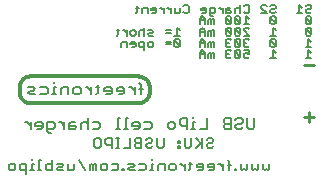
<source format=gbo>
G75*
G70*
%OFA0B0*%
%FSLAX24Y24*%
%IPPOS*%
%LPD*%
%AMOC8*
5,1,8,0,0,1.08239X$1,22.5*
%
%ADD10C,0.0120*%
%ADD11C,0.0070*%
%ADD12C,0.0080*%
%ADD13C,0.0100*%
%ADD14C,0.0050*%
D10*
X003050Y003330D02*
X006670Y003330D01*
X006706Y003333D01*
X006742Y003339D01*
X006777Y003349D01*
X006811Y003362D01*
X006843Y003379D01*
X006874Y003398D01*
X006902Y003420D01*
X006929Y003446D01*
X006952Y003473D01*
X006973Y003503D01*
X006991Y003534D01*
X007006Y003568D01*
X007017Y003602D01*
X007025Y003638D01*
X007029Y003674D01*
X007030Y003710D01*
X007030Y003820D01*
X007029Y003820D02*
X007030Y003857D01*
X007026Y003894D01*
X007019Y003931D01*
X007008Y003967D01*
X006994Y004001D01*
X006977Y004034D01*
X006956Y004065D01*
X006932Y004094D01*
X006906Y004121D01*
X006877Y004144D01*
X006846Y004165D01*
X006814Y004183D01*
X006779Y004197D01*
X006744Y004208D01*
X006707Y004216D01*
X006670Y004219D01*
X006670Y004220D02*
X003050Y004220D01*
X003014Y004217D01*
X002978Y004211D01*
X002943Y004201D01*
X002909Y004188D01*
X002877Y004171D01*
X002846Y004152D01*
X002818Y004130D01*
X002791Y004104D01*
X002768Y004077D01*
X002747Y004047D01*
X002729Y004016D01*
X002714Y003982D01*
X002703Y003948D01*
X002695Y003912D01*
X002691Y003876D01*
X002690Y003840D01*
X002690Y003710D01*
X002691Y003674D01*
X002695Y003638D01*
X002703Y003602D01*
X002714Y003568D01*
X002729Y003534D01*
X002747Y003503D01*
X002768Y003473D01*
X002791Y003446D01*
X002818Y003420D01*
X002846Y003398D01*
X002877Y003379D01*
X002909Y003362D01*
X002943Y003349D01*
X002978Y003339D01*
X003014Y003333D01*
X003050Y003330D01*
D11*
X002329Y001255D02*
X002329Y001145D01*
X002384Y001090D01*
X002494Y001090D01*
X002549Y001145D01*
X002549Y001255D01*
X002494Y001310D01*
X002384Y001310D01*
X002329Y001255D01*
X002697Y001255D02*
X002697Y001145D01*
X002752Y001090D01*
X002917Y001090D01*
X002917Y000980D02*
X002917Y001310D01*
X002752Y001310D01*
X002697Y001255D01*
X003053Y001090D02*
X003163Y001090D01*
X003108Y001090D02*
X003108Y001310D01*
X003163Y001310D01*
X003108Y001420D02*
X003108Y001475D01*
X003353Y001420D02*
X003353Y001090D01*
X003408Y001090D02*
X003298Y001090D01*
X003556Y001145D02*
X003556Y001255D01*
X003611Y001310D01*
X003776Y001310D01*
X003925Y001310D02*
X004090Y001310D01*
X004145Y001255D01*
X004090Y001200D01*
X003980Y001200D01*
X003925Y001145D01*
X003980Y001090D01*
X004145Y001090D01*
X004293Y001090D02*
X004293Y001310D01*
X004513Y001310D02*
X004513Y001145D01*
X004458Y001090D01*
X004293Y001090D01*
X004661Y001420D02*
X004881Y001090D01*
X005030Y001090D02*
X005030Y001255D01*
X005085Y001310D01*
X005140Y001255D01*
X005140Y001090D01*
X005250Y001090D02*
X005250Y001310D01*
X005195Y001310D01*
X005140Y001255D01*
X005398Y001255D02*
X005398Y001145D01*
X005453Y001090D01*
X005563Y001090D01*
X005618Y001145D01*
X005618Y001255D01*
X005563Y001310D01*
X005453Y001310D01*
X005398Y001255D01*
X005766Y001310D02*
X005931Y001310D01*
X005986Y001255D01*
X005986Y001145D01*
X005931Y001090D01*
X005766Y001090D01*
X006115Y001090D02*
X006171Y001090D01*
X006171Y001145D01*
X006115Y001145D01*
X006115Y001090D01*
X006319Y001145D02*
X006374Y001200D01*
X006484Y001200D01*
X006539Y001255D01*
X006484Y001310D01*
X006319Y001310D01*
X006319Y001145D02*
X006374Y001090D01*
X006539Y001090D01*
X006687Y001090D02*
X006852Y001090D01*
X006907Y001145D01*
X006907Y001255D01*
X006852Y001310D01*
X006687Y001310D01*
X007098Y001310D02*
X007098Y001090D01*
X007153Y001090D02*
X007043Y001090D01*
X007301Y001090D02*
X007301Y001255D01*
X007356Y001310D01*
X007521Y001310D01*
X007521Y001090D01*
X007669Y001145D02*
X007669Y001255D01*
X007724Y001310D01*
X007834Y001310D01*
X007889Y001255D01*
X007889Y001145D01*
X007834Y001090D01*
X007724Y001090D01*
X007669Y001145D01*
X008031Y001310D02*
X008086Y001310D01*
X008196Y001200D01*
X008196Y001090D02*
X008196Y001310D01*
X008332Y001310D02*
X008442Y001310D01*
X008387Y001365D02*
X008387Y001145D01*
X008332Y001090D01*
X008590Y001200D02*
X008810Y001200D01*
X008810Y001145D02*
X008810Y001255D01*
X008755Y001310D01*
X008645Y001310D01*
X008590Y001255D01*
X008590Y001200D01*
X008755Y001090D02*
X008810Y001145D01*
X008755Y001090D02*
X008645Y001090D01*
X008958Y001200D02*
X008958Y001255D01*
X009013Y001310D01*
X009123Y001310D01*
X009178Y001255D01*
X009178Y001145D01*
X009123Y001090D01*
X009013Y001090D01*
X008958Y001200D02*
X009178Y001200D01*
X009320Y001310D02*
X009375Y001310D01*
X009485Y001200D01*
X009485Y001090D02*
X009485Y001310D01*
X009621Y001255D02*
X009731Y001255D01*
X009676Y001365D02*
X009621Y001420D01*
X009676Y001365D02*
X009676Y001090D01*
X009860Y001090D02*
X009860Y001145D01*
X009915Y001145D01*
X009915Y001090D01*
X009860Y001090D01*
X010063Y001145D02*
X010118Y001090D01*
X010173Y001145D01*
X010228Y001090D01*
X010283Y001145D01*
X010283Y001310D01*
X010063Y001310D02*
X010063Y001145D01*
X010431Y001145D02*
X010487Y001090D01*
X010542Y001145D01*
X010597Y001090D01*
X010652Y001145D01*
X010652Y001310D01*
X010800Y001310D02*
X010800Y001145D01*
X010855Y001090D01*
X010910Y001145D01*
X010965Y001090D01*
X011020Y001145D01*
X011020Y001310D01*
X010431Y001310D02*
X010431Y001145D01*
X009145Y001895D02*
X009090Y001840D01*
X008980Y001840D01*
X008925Y001895D01*
X008925Y001950D01*
X008980Y002005D01*
X009090Y002005D01*
X009145Y002060D01*
X009145Y002115D01*
X009090Y002170D01*
X008980Y002170D01*
X008925Y002115D01*
X008777Y002170D02*
X008777Y001840D01*
X008777Y001950D02*
X008556Y002170D01*
X008408Y002170D02*
X008408Y001895D01*
X008353Y001840D01*
X008243Y001840D01*
X008188Y001895D01*
X008188Y002170D01*
X008040Y002060D02*
X007985Y002060D01*
X007985Y002005D01*
X008040Y002005D01*
X008040Y002060D01*
X008040Y001895D02*
X007985Y001895D01*
X007985Y001840D01*
X008040Y001840D01*
X008040Y001895D01*
X008556Y001840D02*
X008722Y002005D01*
X008696Y002465D02*
X008936Y002465D01*
X008936Y002825D01*
X008540Y002705D02*
X008480Y002705D01*
X008480Y002465D01*
X008540Y002465D02*
X008420Y002465D01*
X008276Y002465D02*
X008276Y002825D01*
X008096Y002825D01*
X008036Y002765D01*
X008036Y002645D01*
X008096Y002585D01*
X008276Y002585D01*
X008480Y002825D02*
X008480Y002885D01*
X007880Y002645D02*
X007880Y002525D01*
X007820Y002465D01*
X007700Y002465D01*
X007640Y002525D01*
X007640Y002645D01*
X007700Y002705D01*
X007820Y002705D01*
X007880Y002645D01*
X007089Y002645D02*
X007089Y002525D01*
X007028Y002465D01*
X006848Y002465D01*
X006693Y002525D02*
X006693Y002645D01*
X006633Y002705D01*
X006512Y002705D01*
X006452Y002645D01*
X006452Y002585D01*
X006693Y002585D01*
X006693Y002525D02*
X006633Y002465D01*
X006512Y002465D01*
X006297Y002465D02*
X006177Y002465D01*
X006237Y002465D02*
X006237Y002825D01*
X006297Y002825D01*
X006033Y002825D02*
X005973Y002825D01*
X005973Y002465D01*
X006033Y002465D02*
X005913Y002465D01*
X005904Y002170D02*
X006014Y002170D01*
X005959Y002170D02*
X005959Y001840D01*
X006014Y001840D02*
X005904Y001840D01*
X005769Y001840D02*
X005769Y002170D01*
X005604Y002170D01*
X005549Y002115D01*
X005549Y002005D01*
X005604Y001950D01*
X005769Y001950D01*
X005400Y001895D02*
X005345Y001840D01*
X005235Y001840D01*
X005180Y001895D01*
X005180Y002115D01*
X005235Y002170D01*
X005345Y002170D01*
X005400Y002115D01*
X005400Y001895D01*
X006162Y001840D02*
X006383Y001840D01*
X006383Y002170D01*
X006531Y002115D02*
X006531Y002060D01*
X006586Y002005D01*
X006751Y002005D01*
X006899Y001950D02*
X006899Y001895D01*
X006954Y001840D01*
X007064Y001840D01*
X007119Y001895D01*
X007267Y001895D02*
X007267Y002170D01*
X007119Y002115D02*
X007119Y002060D01*
X007064Y002005D01*
X006954Y002005D01*
X006899Y001950D01*
X006751Y001840D02*
X006586Y001840D01*
X006531Y001895D01*
X006531Y001950D01*
X006586Y002005D01*
X006531Y002115D02*
X006586Y002170D01*
X006751Y002170D01*
X006751Y001840D01*
X006899Y002115D02*
X006954Y002170D01*
X007064Y002170D01*
X007119Y002115D01*
X007267Y001895D02*
X007322Y001840D01*
X007433Y001840D01*
X007488Y001895D01*
X007488Y002170D01*
X007089Y002645D02*
X007028Y002705D01*
X006848Y002705D01*
X005373Y002645D02*
X005373Y002525D01*
X005313Y002465D01*
X005133Y002465D01*
X004977Y002465D02*
X004977Y002825D01*
X004917Y002705D02*
X004797Y002705D01*
X004737Y002645D01*
X004737Y002465D01*
X004581Y002525D02*
X004521Y002585D01*
X004341Y002585D01*
X004341Y002645D02*
X004341Y002465D01*
X004521Y002465D01*
X004581Y002525D01*
X004521Y002705D02*
X004401Y002705D01*
X004341Y002645D01*
X004185Y002585D02*
X004065Y002705D01*
X004005Y002705D01*
X003855Y002645D02*
X003855Y002525D01*
X003795Y002465D01*
X003615Y002465D01*
X003615Y002405D02*
X003615Y002705D01*
X003795Y002705D01*
X003855Y002645D01*
X004185Y002705D02*
X004185Y002465D01*
X003735Y002345D02*
X003675Y002345D01*
X003615Y002405D01*
X003459Y002525D02*
X003459Y002645D01*
X003399Y002705D01*
X003279Y002705D01*
X003219Y002645D01*
X003219Y002585D01*
X003459Y002585D01*
X003459Y002525D02*
X003399Y002465D01*
X003279Y002465D01*
X003063Y002465D02*
X003063Y002705D01*
X003063Y002585D02*
X002943Y002705D01*
X002883Y002705D01*
X004917Y002705D02*
X004977Y002645D01*
X005133Y002705D02*
X005313Y002705D01*
X005373Y002645D01*
X007098Y001475D02*
X007098Y001420D01*
X007098Y001310D02*
X007153Y001310D01*
X009488Y002525D02*
X009488Y002585D01*
X009548Y002645D01*
X009728Y002645D01*
X009884Y002585D02*
X009884Y002525D01*
X009944Y002465D01*
X010064Y002465D01*
X010124Y002525D01*
X010064Y002645D02*
X009944Y002645D01*
X009884Y002585D01*
X009884Y002765D02*
X009944Y002825D01*
X010064Y002825D01*
X010124Y002765D01*
X010124Y002705D01*
X010064Y002645D01*
X010280Y002525D02*
X010280Y002825D01*
X010520Y002825D02*
X010520Y002525D01*
X010460Y002465D01*
X010340Y002465D01*
X010280Y002525D01*
X009728Y002465D02*
X009728Y002825D01*
X009548Y002825D01*
X009488Y002765D01*
X009488Y002705D01*
X009548Y002645D01*
X009488Y002525D02*
X009548Y002465D01*
X009728Y002465D01*
X003776Y001420D02*
X003776Y001090D01*
X003611Y001090D01*
X003556Y001145D01*
X003408Y001420D02*
X003353Y001420D01*
D12*
X003376Y003620D02*
X003562Y003620D01*
X003623Y003682D01*
X003623Y003805D01*
X003562Y003867D01*
X003376Y003867D01*
X003209Y003805D02*
X003147Y003867D01*
X002962Y003867D01*
X003024Y003743D02*
X003147Y003743D01*
X003209Y003805D01*
X003209Y003620D02*
X003024Y003620D01*
X002962Y003682D01*
X003024Y003743D01*
X003776Y003620D02*
X003900Y003620D01*
X003838Y003620D02*
X003838Y003867D01*
X003900Y003867D01*
X004067Y003805D02*
X004067Y003620D01*
X004067Y003805D02*
X004129Y003867D01*
X004314Y003867D01*
X004314Y003620D01*
X004481Y003682D02*
X004481Y003805D01*
X004543Y003867D01*
X004667Y003867D01*
X004728Y003805D01*
X004728Y003682D01*
X004667Y003620D01*
X004543Y003620D01*
X004481Y003682D01*
X004888Y003867D02*
X004950Y003867D01*
X005074Y003743D01*
X005074Y003620D02*
X005074Y003867D01*
X005226Y003867D02*
X005350Y003867D01*
X005288Y003929D02*
X005288Y003682D01*
X005226Y003620D01*
X005517Y003743D02*
X005517Y003805D01*
X005579Y003867D01*
X005702Y003867D01*
X005764Y003805D01*
X005764Y003682D01*
X005702Y003620D01*
X005579Y003620D01*
X005517Y003743D02*
X005764Y003743D01*
X005932Y003743D02*
X005932Y003805D01*
X005993Y003867D01*
X006117Y003867D01*
X006178Y003805D01*
X006178Y003682D01*
X006117Y003620D01*
X005993Y003620D01*
X005932Y003743D02*
X006178Y003743D01*
X006339Y003867D02*
X006400Y003867D01*
X006524Y003743D01*
X006524Y003620D02*
X006524Y003867D01*
X006677Y003805D02*
X006800Y003805D01*
X006738Y003929D02*
X006738Y003620D01*
X006738Y003929D02*
X006677Y003990D01*
X003838Y004052D02*
X003838Y003990D01*
D13*
X012171Y004605D02*
X012505Y004605D01*
X012338Y003022D02*
X012338Y002688D01*
X012505Y002855D02*
X012171Y002855D01*
D14*
X012225Y004830D02*
X012405Y004830D01*
X012315Y004830D02*
X012315Y005100D01*
X012405Y005010D01*
X012405Y005205D02*
X012225Y005205D01*
X012315Y005205D02*
X012315Y005475D01*
X012405Y005385D01*
X012360Y005580D02*
X012270Y005580D01*
X012225Y005625D01*
X012225Y005805D01*
X012405Y005625D01*
X012360Y005580D01*
X012405Y005625D02*
X012405Y005805D01*
X012360Y005850D01*
X012270Y005850D01*
X012225Y005805D01*
X012270Y005955D02*
X012360Y005955D01*
X012405Y006000D01*
X012225Y006180D01*
X012225Y006000D01*
X012270Y005955D01*
X012405Y006000D02*
X012405Y006180D01*
X012360Y006225D01*
X012270Y006225D01*
X012225Y006180D01*
X012270Y006330D02*
X012360Y006330D01*
X012405Y006375D01*
X012360Y006465D02*
X012270Y006465D01*
X012225Y006420D01*
X012225Y006375D01*
X012270Y006330D01*
X012110Y006330D02*
X011930Y006330D01*
X012020Y006330D02*
X012020Y006600D01*
X012110Y006510D01*
X012225Y006555D02*
X012270Y006600D01*
X012360Y006600D01*
X012405Y006555D01*
X012405Y006510D01*
X012360Y006465D01*
X011226Y006510D02*
X011181Y006465D01*
X011091Y006465D01*
X011046Y006420D01*
X011046Y006375D01*
X011091Y006330D01*
X011181Y006330D01*
X011226Y006375D01*
X011226Y006510D02*
X011226Y006555D01*
X011181Y006600D01*
X011091Y006600D01*
X011046Y006555D01*
X010932Y006555D02*
X010887Y006600D01*
X010797Y006600D01*
X010752Y006555D01*
X010752Y006510D01*
X010932Y006330D01*
X010752Y006330D01*
X011046Y006180D02*
X011226Y006000D01*
X011181Y005955D01*
X011091Y005955D01*
X011046Y006000D01*
X011046Y006180D01*
X011091Y006225D01*
X011181Y006225D01*
X011226Y006180D01*
X011226Y006000D01*
X011136Y005850D02*
X011136Y005580D01*
X011226Y005580D02*
X011046Y005580D01*
X011091Y005475D02*
X011046Y005430D01*
X011226Y005250D01*
X011181Y005205D01*
X011091Y005205D01*
X011046Y005250D01*
X011046Y005430D01*
X011091Y005475D02*
X011181Y005475D01*
X011226Y005430D01*
X011226Y005250D01*
X011136Y005100D02*
X011136Y004830D01*
X011226Y004830D02*
X011046Y004830D01*
X011226Y005010D02*
X011136Y005100D01*
X010342Y005100D02*
X010342Y004965D01*
X010252Y005010D01*
X010207Y005010D01*
X010162Y004965D01*
X010162Y004875D01*
X010207Y004830D01*
X010297Y004830D01*
X010342Y004875D01*
X010048Y004875D02*
X010048Y005055D01*
X010003Y005100D01*
X009913Y005100D01*
X009868Y005055D01*
X010048Y004875D01*
X010003Y004830D01*
X009913Y004830D01*
X009868Y004875D01*
X009868Y005055D01*
X009753Y005055D02*
X009708Y005100D01*
X009618Y005100D01*
X009573Y005055D01*
X009573Y005010D01*
X009618Y004965D01*
X009573Y004920D01*
X009573Y004875D01*
X009618Y004830D01*
X009708Y004830D01*
X009753Y004875D01*
X009663Y004965D02*
X009618Y004965D01*
X009618Y005205D02*
X009708Y005205D01*
X009753Y005250D01*
X009868Y005250D02*
X009913Y005205D01*
X010003Y005205D01*
X010048Y005250D01*
X009868Y005430D01*
X009868Y005250D01*
X009663Y005340D02*
X009618Y005340D01*
X009573Y005295D01*
X009573Y005250D01*
X009618Y005205D01*
X009618Y005340D02*
X009573Y005385D01*
X009573Y005430D01*
X009618Y005475D01*
X009708Y005475D01*
X009753Y005430D01*
X009868Y005430D02*
X009913Y005475D01*
X010003Y005475D01*
X010048Y005430D01*
X010048Y005250D01*
X010162Y005250D02*
X010207Y005205D01*
X010297Y005205D01*
X010342Y005250D01*
X010252Y005340D02*
X010207Y005340D01*
X010162Y005295D01*
X010162Y005250D01*
X010207Y005340D02*
X010162Y005385D01*
X010162Y005430D01*
X010207Y005475D01*
X010297Y005475D01*
X010342Y005430D01*
X010342Y005580D02*
X010162Y005580D01*
X010048Y005625D02*
X009868Y005805D01*
X009868Y005625D01*
X009913Y005580D01*
X010003Y005580D01*
X010048Y005625D01*
X010048Y005805D01*
X010003Y005850D01*
X009913Y005850D01*
X009868Y005805D01*
X009753Y005805D02*
X009708Y005850D01*
X009618Y005850D01*
X009573Y005805D01*
X009753Y005625D01*
X009708Y005580D01*
X009618Y005580D01*
X009573Y005625D01*
X009573Y005805D01*
X009618Y005955D02*
X009708Y005955D01*
X009753Y006000D01*
X009573Y006180D01*
X009573Y006000D01*
X009618Y005955D01*
X009753Y006000D02*
X009753Y006180D01*
X009708Y006225D01*
X009618Y006225D01*
X009573Y006180D01*
X009868Y006180D02*
X009868Y006000D01*
X009913Y005955D01*
X010003Y005955D01*
X010048Y006000D01*
X009868Y006180D01*
X009913Y006225D01*
X010003Y006225D01*
X010048Y006180D01*
X010048Y006000D01*
X010162Y005955D02*
X010342Y005955D01*
X010252Y005955D02*
X010252Y006225D01*
X010342Y006135D01*
X010297Y006330D02*
X010207Y006330D01*
X010162Y006375D01*
X010048Y006330D02*
X010048Y006600D01*
X010003Y006510D02*
X009913Y006510D01*
X009868Y006465D01*
X009868Y006330D01*
X009753Y006375D02*
X009708Y006420D01*
X009573Y006420D01*
X009573Y006465D02*
X009573Y006330D01*
X009708Y006330D01*
X009753Y006375D01*
X009708Y006510D02*
X009618Y006510D01*
X009573Y006465D01*
X009458Y006420D02*
X009368Y006510D01*
X009323Y006510D01*
X009213Y006465D02*
X009213Y006375D01*
X009168Y006330D01*
X009033Y006330D01*
X009033Y006285D02*
X009033Y006510D01*
X009168Y006510D01*
X009213Y006465D01*
X009458Y006510D02*
X009458Y006330D01*
X009123Y006240D02*
X009078Y006240D01*
X009033Y006285D01*
X008918Y006375D02*
X008918Y006465D01*
X008873Y006510D01*
X008783Y006510D01*
X008738Y006465D01*
X008738Y006420D01*
X008918Y006420D01*
X008918Y006375D02*
X008873Y006330D01*
X008783Y006330D01*
X008779Y006225D02*
X008689Y006135D01*
X008689Y005955D01*
X008779Y005850D02*
X008689Y005760D01*
X008689Y005580D01*
X008779Y005475D02*
X008689Y005385D01*
X008689Y005205D01*
X008779Y005100D02*
X008689Y005010D01*
X008689Y004830D01*
X008869Y004830D02*
X008869Y005010D01*
X008779Y005100D01*
X008869Y005205D02*
X008869Y005385D01*
X008779Y005475D01*
X008869Y005580D02*
X008869Y005760D01*
X008779Y005850D01*
X008869Y005955D02*
X008869Y006135D01*
X008779Y006225D01*
X008869Y006090D02*
X008689Y006090D01*
X008984Y006090D02*
X008984Y005955D01*
X009074Y005955D02*
X009074Y006090D01*
X009029Y006135D01*
X008984Y006090D01*
X009074Y006090D02*
X009119Y006135D01*
X009164Y006135D01*
X009164Y005955D01*
X009164Y005760D02*
X009119Y005760D01*
X009074Y005715D01*
X009029Y005760D01*
X008984Y005715D01*
X008984Y005580D01*
X009074Y005580D02*
X009074Y005715D01*
X009164Y005760D02*
X009164Y005580D01*
X009164Y005385D02*
X009119Y005385D01*
X009074Y005340D01*
X009029Y005385D01*
X008984Y005340D01*
X008984Y005205D01*
X009074Y005205D02*
X009074Y005340D01*
X009164Y005385D02*
X009164Y005205D01*
X009164Y005010D02*
X009119Y005010D01*
X009074Y004965D01*
X009029Y005010D01*
X008984Y004965D01*
X008984Y004830D01*
X009074Y004830D02*
X009074Y004965D01*
X009164Y005010D02*
X009164Y004830D01*
X008869Y004965D02*
X008689Y004965D01*
X008689Y005340D02*
X008869Y005340D01*
X008869Y005715D02*
X008689Y005715D01*
X008030Y005760D02*
X007940Y005850D01*
X007940Y005580D01*
X008030Y005580D02*
X007850Y005580D01*
X007895Y005475D02*
X007850Y005430D01*
X008030Y005250D01*
X007985Y005205D01*
X007895Y005205D01*
X007850Y005250D01*
X007850Y005430D01*
X007895Y005475D02*
X007985Y005475D01*
X008030Y005430D01*
X008030Y005250D01*
X007735Y005295D02*
X007555Y005295D01*
X007555Y005385D02*
X007735Y005385D01*
X007735Y005670D02*
X007555Y005670D01*
X007555Y005760D02*
X007735Y005760D01*
X007146Y005715D02*
X007101Y005760D01*
X006966Y005760D01*
X007011Y005670D02*
X007101Y005670D01*
X007146Y005715D01*
X007011Y005670D02*
X006966Y005625D01*
X007011Y005580D01*
X007146Y005580D01*
X007101Y005385D02*
X007011Y005385D01*
X006966Y005340D01*
X006966Y005250D01*
X007011Y005205D01*
X007101Y005205D01*
X007146Y005250D01*
X007146Y005340D01*
X007101Y005385D01*
X006851Y005385D02*
X006716Y005385D01*
X006671Y005340D01*
X006671Y005250D01*
X006716Y005205D01*
X006851Y005205D01*
X006851Y005115D02*
X006851Y005385D01*
X006851Y005580D02*
X006851Y005850D01*
X006806Y005760D02*
X006716Y005760D01*
X006671Y005715D01*
X006671Y005580D01*
X006557Y005625D02*
X006512Y005580D01*
X006422Y005580D01*
X006377Y005625D01*
X006377Y005715D01*
X006422Y005760D01*
X006512Y005760D01*
X006557Y005715D01*
X006557Y005625D01*
X006806Y005760D02*
X006851Y005715D01*
X006512Y005385D02*
X006422Y005385D01*
X006377Y005340D01*
X006377Y005295D01*
X006557Y005295D01*
X006557Y005250D02*
X006557Y005340D01*
X006512Y005385D01*
X006557Y005250D02*
X006512Y005205D01*
X006422Y005205D01*
X006262Y005205D02*
X006262Y005385D01*
X006127Y005385D01*
X006082Y005340D01*
X006082Y005205D01*
X005926Y005580D02*
X005972Y005625D01*
X005972Y005805D01*
X006017Y005760D02*
X005926Y005760D01*
X006127Y005760D02*
X006172Y005760D01*
X006262Y005670D01*
X006262Y005580D02*
X006262Y005760D01*
X006569Y006330D02*
X006614Y006375D01*
X006614Y006555D01*
X006659Y006510D02*
X006569Y006510D01*
X006774Y006465D02*
X006774Y006330D01*
X006774Y006465D02*
X006819Y006510D01*
X006954Y006510D01*
X006954Y006330D01*
X007068Y006420D02*
X007249Y006420D01*
X007249Y006375D02*
X007249Y006465D01*
X007204Y006510D01*
X007113Y006510D01*
X007068Y006465D01*
X007068Y006420D01*
X007113Y006330D02*
X007204Y006330D01*
X007249Y006375D01*
X007359Y006510D02*
X007404Y006510D01*
X007494Y006420D01*
X007494Y006330D02*
X007494Y006510D01*
X007605Y006510D02*
X007650Y006510D01*
X007740Y006420D01*
X007740Y006330D02*
X007740Y006510D01*
X007854Y006510D02*
X007854Y006330D01*
X007989Y006330D01*
X008034Y006375D01*
X008034Y006510D01*
X008149Y006555D02*
X008194Y006600D01*
X008284Y006600D01*
X008329Y006555D01*
X008329Y006375D01*
X008284Y006330D01*
X008194Y006330D01*
X008149Y006375D01*
X009753Y005805D02*
X009753Y005625D01*
X010162Y005760D02*
X010162Y005805D01*
X010207Y005850D01*
X010297Y005850D01*
X010342Y005805D01*
X010162Y005760D02*
X010342Y005580D01*
X010342Y005100D02*
X010162Y005100D01*
X011136Y005850D02*
X011226Y005760D01*
X010342Y006375D02*
X010297Y006330D01*
X010342Y006375D02*
X010342Y006555D01*
X010297Y006600D01*
X010207Y006600D01*
X010162Y006555D01*
X010048Y006465D02*
X010003Y006510D01*
M02*

</source>
